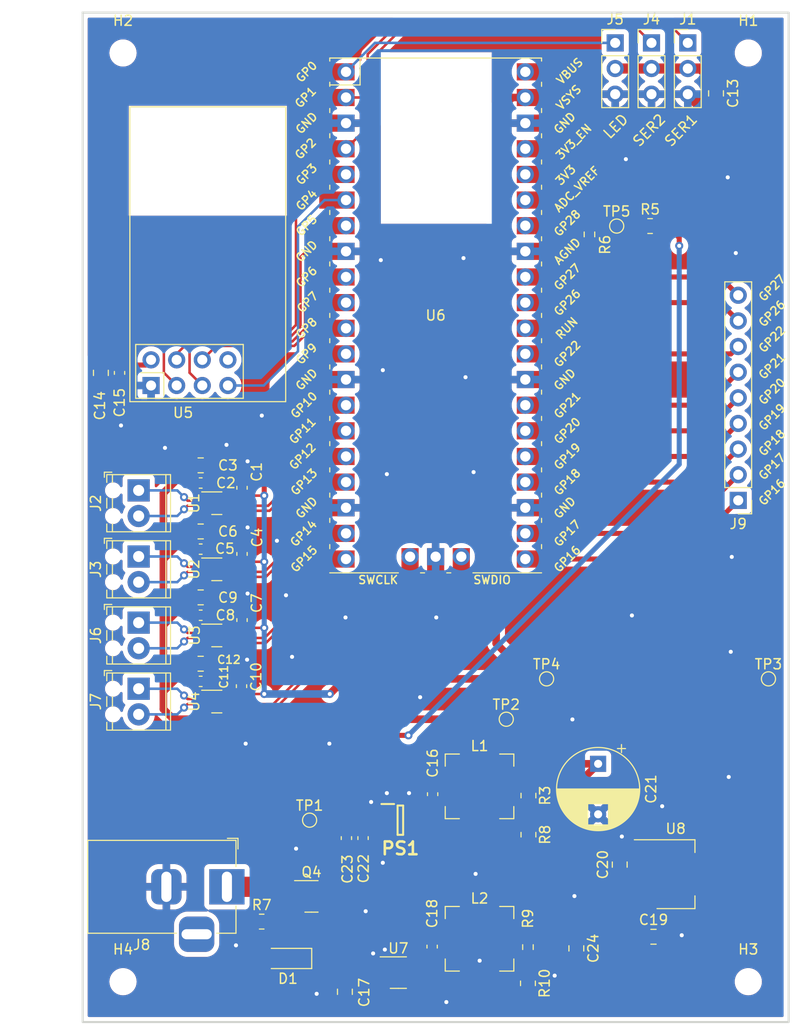
<source format=kicad_pcb>
(kicad_pcb (version 20221018) (generator pcbnew)
  (title_block (title "Mecanum Drone Controller") (date "2023-12-14") (rev "1.0") (company "HHN"))
  (layers (0 "F.Cu" signal) (31 "B.Cu" signal) (34 "B.Paste" user) (35 "F.Paste" user) (36 "B.SilkS" user "B.Silkscreen") (37 "F.SilkS" user "F.Silkscreen") (38 "B.Mask" user) (39 "F.Mask" user) (44 "Edge.Cuts" user))
  (net 0 "")
  (net 1 "+3.3V")
  (net 2 "GND")
  (net 3 "+12V")
  (net 4 "+5V")
  (net 5 "Net-(PS1-SW)")
  (net 6 "Net-(PS1-CB)")
  (net 7 "+BATT")
  (net 8 "Net-(U7-SW)")
  (net 9 "Net-(U7-VBST)")
  (net 10 "Net-(J2-Pin_1)")
  (net 11 "Net-(J2-Pin_2)")
  (net 12 "Net-(J3-Pin_1)")
  (net 13 "Net-(J3-Pin_2)")
  (net 14 "Net-(J6-Pin_1)")
  (net 15 "Net-(J6-Pin_2)")
  (net 16 "Net-(J7-Pin_1)")
  (net 17 "Net-(J7-Pin_2)")
  (net 18 "Net-(Q4-D)")
  (net 19 "Net-(PS1-FB)")
  (net 20 "Net-(D1-A)")
  (net 21 "/BATT_PROBE")
  (net 22 "Net-(U7-VFB)")
  (net 23 "/FL_IN2")
  (net 24 "/FL_IN1")
  (net 25 "/FR_IN2")
  (net 26 "/FR_IN1")
  (net 27 "/BL_IN2")
  (net 28 "/BL_IN1")
  (net 29 "/BR_IN2")
  (net 30 "/BR_IN1")
  (net 31 "/NRF_CE")
  (net 32 "/NRF_CSN")
  (net 33 "/NRF_SCK")
  (net 34 "/NRF_MOSI")
  (net 35 "/NRF_MISO")
  (net 44 "/SERVO_1")
  (net 45 "/SERVO_2")
  (net 46 "/LED")
  (net 47 "/GPIO16")
  (net 48 "/GPIO17")
  (net 49 "/GPIO18")
  (net 50 "/GPIO19")
  (net 51 "/GPIO20")
  (net 52 "/GPIO21")
  (net 53 "/GPIO22")
  (net 54 "/GPIO27_ADC0")
  (net 55 "/GPIO27_ADC1")
  (footprint "Capacitor_SMD:C_0805_2012Metric" (layer "F.Cu") (at 80.14 134.93)
    (fp_text reference "C3")
    (fp_text value "10u")
  )
  (footprint "Connector_PinHeader_2.54mm:PinHeader_1x03_P2.54mm_Vertical" (layer "F.Cu") (at 124.84 93.08)
    (fp_text reference "J4")
    (fp_text value "Arm_Servo_2" hide)
  )
  (footprint "Package_TO_SOT_SMD:SOT-223-3_TabPin2" (layer "F.Cu") (at 127.24 175.43)
    (fp_text reference "U8")
    (fp_text value "AMS1117-3.3")
  )
  (footprint "Package_SON:WSON-8-1EP_2x2mm_P0.5mm_EP0.9x1.6mm" (layer "F.Cu") (at 81.74 138.68)
    (fp_text reference "U1")
    (fp_text value "DRV8212P")
  )
  (footprint "Capacitor_SMD:C_0805_2012Metric" (layer "F.Cu") (at 80.14 148.01)
    (fp_text reference "C9")
    (fp_text value "10u")
  )
  (footprint "Resistor_SMD:R_0805_2012Metric" (layer "F.Cu") (at 124.7025 111.225)
    (fp_text reference "R5")
    (fp_text value "470k")
  )
  (footprint "Inductor_SMD:L_Bourns-SRN6028" (layer "F.Cu") (at 107.79 181.83)
    (fp_text reference "L2")
    (fp_text value "3.3u")
  )
  (footprint "MountingHole:MountingHole_2.2mm_M2" (layer "F.Cu") (at 72.44 94.08)
    (fp_text reference "H2")
    (fp_text value "MountingHole")
  )
  (footprint "TerminalBlock_Phoenix:TerminalBlock_Phoenix_MPT-0,5-2-2.54_1x02_P2.54mm_Horizontal" (layer "F.Cu") (at 73.99 150.51 -90)
    (fp_text reference "J6")
    (fp_text value "DC Motor Back Left")
  )
  (footprint "Capacitor_SMD:C_0603_1608Metric" (layer "F.Cu") (at 84.24 143.705 90)
    (fp_text reference "C4")
    (fp_text value "100n")
  )
  (footprint "Package_SON:WSON-8-1EP_2x2mm_P0.5mm_EP0.9x1.6mm" (layer "F.Cu") (at 81.74 158.33)
    (fp_text reference "U4")
    (fp_text value "DRV8212P")
  )
  (footprint "Package_SON:WSON-8-1EP_2x2mm_P0.5mm_EP0.9x1.6mm" (layer "F.Cu") (at 81.74 145.23)
    (fp_text reference "U2")
    (fp_text value "DRV8212P")
  )
  (footprint "Inductor_SMD:L_Bourns-SRN6028" (layer "F.Cu") (at 107.79 166.73)
    (fp_text reference "L1")
    (fp_text value "10u")
  )
  (footprint "MountingHole:MountingHole_2.2mm_M2" (layer "F.Cu") (at 72.44 186.08)
    (fp_text reference "H4")
    (fp_text value "MountingHole")
  )
  (footprint "Resistor_SMD:R_0805_2012Metric" (layer "F.Cu") (at 112.64 171.5175 -90)
    (fp_text reference "R8")
    (fp_text value "470k")
  )
  (footprint "Capacitor_SMD:C_0805_2012Metric" (layer "F.Cu") (at 125.04 181.63)
    (fp_text reference "C19")
    (fp_text value "10u")
  )
  (footprint "Diode_SMD:D_SOD-123" (layer "F.Cu") (at 88.79 183.78 180)
    (fp_text reference "D1")
    (fp_text value "D_Zener")
  )
  (footprint "MountingHole:MountingHole_2.2mm_M2" (layer "F.Cu") (at 134.44 186.08)
    (fp_text reference "H3")
    (fp_text value "MountingHole")
  )
  (footprint "Capacitor_SMD:C_0805_2012Metric" (layer "F.Cu") (at 131.24 98.08 -90)
    (fp_text reference "C13")
    (fp_text value "10u")
  )
  (footprint "TestPoint:TestPoint_Pad_D1.0mm" (layer "F.Cu") (at 121.39 111.225)
    (fp_text reference "TP5")
    (fp_text value "BATT_PROBE")
  )
  (footprint "Capacitor_SMD:C_0603_1608Metric" (layer "F.Cu") (at 84.24 137.155 90)
    (fp_text reference "C1")
    (fp_text value "100n")
  )
  (footprint "Resistor_SMD:R_0805_2012Metric" (layer "F.Cu") (at 112.59 186.2425 -90)
    (fp_text reference "R10")
    (fp_text value "10k")
  )
  (footprint "TestPoint:TestPoint_Pad_D1.0mm" (layer "F.Cu") (at 90.94 170.08)
    (fp_text reference "TP1")
    (fp_text value "Battery")
  )
  (footprint "Capacitor_SMD:C_0603_1608Metric" (layer "F.Cu") (at 84.19 156.805 90)
    (fp_text reference "C10")
    (fp_text value "100n")
  )
  (footprint "TerminalBlock_Phoenix:TerminalBlock_Phoenix_MPT-0,5-2-2.54_1x02_P2.54mm_Horizontal" (layer "F.Cu") (at 73.99 137.41 -90)
    (fp_text reference "J2")
    (fp_text value "DC Motor Front Left")
  )
  (footprint "Capacitor_SMD:C_0603_1608Metric" (layer "F.Cu") (at 94.59 171.855 -90)
    (fp_text reference "C23")
    (fp_text value "1u")
  )
  (footprint "Pico:RPi_Pico_SMD_TH" (layer "F.Cu") (at 103.44 120.08)
    (fp_text reference "U6")
    (fp_text value "Pico")
  )
  (footprint "Capacitor_SMD:C_0603_1608Metric" (layer "F.Cu") (at 84.24 150.255 90)
    (fp_text reference "C7")
    (fp_text value "100n")
  )
  (footprint "Package_SON:WSON-8-1EP_2x2mm_P0.5mm_EP0.9x1.6mm" (layer "F.Cu") (at 81.74 151.78)
    (fp_text reference "U3")
    (fp_text value "DRV8212P")
  )
  (footprint "Resistor_SMD:R_0805_2012Metric" (layer "F.Cu") (at 112.64 167.6425 -90)
    (fp_text reference "R3")
    (fp_text value "470k")
  )
  (footprint "Connector_PinHeader_2.54mm:PinHeader_1x03_P2.54mm_Vertical" (layer "F.Cu") (at 128.44 93.08)
    (fp_text reference "J1")
    (fp_text value "Arm_Servo_1" hide)
  )
  (footprint "TerminalBlock_Phoenix:TerminalBlock_Phoenix_MPT-0,5-2-2.54_1x02_P2.54mm_Horizontal" (layer "F.Cu") (at 73.99 143.96 -90)
    (fp_text reference "J3")
    (fp_text value "DC Motor Front Right")
  )
  (footprint "Capacitor_SMD:C_0603_1608Metric" (layer "F.Cu") (at 72.095 125.77 -90)
    (fp_text reference "C15")
    (fp_text value "100n")
  )
  (footprint "Connector_BarrelJack:BarrelJack_Horizontal" (layer "F.Cu") (at 82.74 176.68)
    (fp_text reference "J8")
    (fp_text value "Battery Connection")
  )
  (footprint "Capacitor_SMD:C_0805_2012Metric" (layer "F.Cu") (at 94.44 187.08 -90)
    (fp_text reference "C17")
    (fp_text value "10u")
  )
  (footprint "Capacitor_SMD:C_0603_1608Metric" (layer "F.Cu") (at 96.24 171.855 -90)
    (fp_text reference "C22")
    (fp_text value "100n")
  )
  (footprint "Package_TO_SOT_SMD:SOT-23-6" (layer "F.Cu") (at 99.74 185.18)
    (fp_text reference "U7")
    (fp_text value "TPS563200")
  )
  (footprint "Capacitor_SMD:C_0805_2012Metric" (layer "F.Cu") (at 80.14 141.48)
    (fp_text reference "C6")
    (fp_text value "10u")
  )
  (footprint "Capacitor_SMD:C_0805_2012Metric" (layer "F.Cu") (at 117.39 182.78 -90)
    (fp_text reference "C24")
    (fp_text value "22u")
  )
  (footprint "Resistor_SMD:R_0603_1608Metric" (layer "F.Cu") (at 112.59 182.655 -90)
    (fp_text reference "R9")
    (fp_text value "56.2k")
  )
  (footprint "Capacitor_SMD:C_0805_2012Metric" (layer "F.Cu") (at 121.69 174.48 90)
    (fp_text reference "C20")
    (fp_text value "10u")
  )
  (footprint "Capacitor_THT:CP_Radial_D8.0mm_P5.00mm" (layer "F.Cu") (at 119.55 164.497349 -90)
    (fp_text reference "C21")
    (fp_text value "47u")
  )
  (footprint "Capacitor_SMD:C_0603_1608Metric" (layer "F.Cu") (at 80.14 136.68)
    (fp_text reference "C2")
    (fp_text value "100n")
  )
  (footprint "Capacitor_SMD:C_0603_1608Metric" (layer "F.Cu") (at 80.14 149.78)
    (fp_text reference "C8")
    (fp_text value "100n")
  )
  (footprint "TestPoint:TestPoint_Pad_D1.0mm" (layer "F.Cu") (at 136.44 156.08)
    (fp_text reference "TP3")
    (fp_text value "5V")
  )
  (footprint "Capacitor_SMD:C_0603_1608Metric" (layer "F.Cu") (at 80.14 143.23)
    (fp_text reference "C5")
    (fp_text value "100n")
  )
  (footprint "Package_TO_SOT_SMD:SOT-23" (layer "F.Cu") (at 91.1275 177.63)
    (fp_text reference "Q4")
    (fp_text value "PMOS")
  )
  (footprint "RF_Module:nRF24L01_Breakout" (layer "F.Cu") (at 75.22 127.02 90)
    (fp_text reference "U5")
    (fp_text value "NRF24L01")
  )
  (footprint "TestPoint:TestPoint_Pad_D1.0mm" (layer "F.Cu") (at 114.44 156.08)
    (fp_text reference "TP4")
    (fp_text value "3.3V")
  )
  (footprint "Capacitor_SMD:C_0603_1608Metric" (layer "F.Cu") (at 103.09 182.605 -90)
    (fp_text reference "C18")
    (fp_text value "100n")
  )
  (footprint "Resistor_SMD:R_0603_1608Metric" (layer "F.Cu") (at 118.69 112.05 90)
    (fp_text reference "R6")
    (fp_text value "51k")
  )
  (footprint "Capacitor_SMD:C_0805_2012Metric" (layer "F.Cu") (at 80.14 154.58)
    (fp_text reference "C12")
    (fp_text value "10u")
  )
  (footprint "Resistor_SMD:R_0805_2012Metric" (layer "F.Cu") (at 86.19 180.13)
    (fp_text reference "R7")
    (fp_text value "100K")
  )
  (footprint "Capacitor_SMD:C_0603_1608Metric" (layer "F.Cu") (at 103.14 167.505 -90)
    (fp_text reference "C16")
    (fp_text value "100n")
  )
  (footprint "Capacitor_SMD:C_0603_1608Metric" (layer "F.Cu") (at 80.14 156.33)
    (fp_text reference "C11")
    (fp_text value "100n")
  )
  (footprint "TestPoint:TestPoint_Pad_D1.0mm" (layer "F.Cu") (at 110.44 160.08)
    (fp_text reference "TP2")
    (fp_text value "12V")
  )
  (footprint "LMR51420YFDDCR:SOT95P280X110-6N" (layer "F.Cu") (at 99.94 170.08)
    (fp_text reference "PS1")
    (fp_text value "LMR51420YFDDCR" hide)
  )
  (footprint "Connector_PinHeader_2.54mm:PinHeader_1x03_P2.54mm_Vertical" (layer "F.Cu") (at 121.24 93.08)
    (fp_text reference "J5")
    (fp_text value "LED_CONN" hide)
  )
  (footprint "Connector_PinHeader_2.54mm:PinHeader_1x09_P2.54mm_Vertical" (layer "F.Cu") (at 133.44 138.4 180)
    (fp_text reference "J9")
    (fp_text value "Conn_01x09_Pin")
  )
  (footprint "Capacitor_SMD:C_0805_2012Metric" (layer "F.Cu") (at 70.245 125.77 -90)
    (fp_text reference "C14")
    (fp_text value "22u" hide)
  )
  (footprint "MountingHole:MountingHole_2.2mm_M2" (layer "F.Cu") (at 134.44 94.08)
    (fp_text reference "H1")
    (fp_text value "MountingHole")
  )
  (footprint "TerminalBlock_Phoenix:TerminalBlock_Phoenix_MPT-0,5-2-2.54_1x02_P2.54mm_Horizontal" (layer "F.Cu") (at 73.99 157.06 -90)
    (fp_text reference "J7")
    (fp_text value "DC Motor Back Right")
  )
  (gr_rect (start 68.44 90.08) (end 138.44 190.08) (stroke (width 0.2)) (fill none) (layer "Edge.Cuts"))
  (gr_text "GP27" (at 136.79 117.37 45) (layer "F.SilkS") (effects (font (size 0.8 0.8))))
  (gr_text "GP17" (at 136.79 135.06 45) (layer "F.SilkS") (effects (font (size 0.8 0.8))))
  (gr_text "GP19" (at 136.79 130.16 45) (layer "F.SilkS") (effects (font (size 0.8 0.8))))
  (gr_text "GP16" (at 136.79 137.6 45) (layer "F.SilkS") (effects (font (size 0.8 0.8))))
  (gr_text "SER1" (at 129.59 100.73 45) (layer "F.SilkS") (effects (font (size 1 1)) (justify right bottom)))
  (gr_text "GP21" (at 136.79 125.09 45) (layer "F.SilkS") (effects (font (size 0.8 0.8))))
  (gr_text "GP20" (at 136.79 127.62 45) (layer "F.SilkS") (effects (font (size 0.8 0.8))))
  (gr_text "GP26" (at 136.79 119.9 45) (layer "F.SilkS") (effects (font (size 0.8 0.8))))
  (gr_text "GP18" (at 136.79 132.7 45) (layer "F.SilkS") (effects (font (size 0.8 0.8))))
  (gr_text "SER2" (at 126.44 100.73 45) (layer "F.SilkS") (effects (font (size 1 1)) (justify right bottom)))
  (gr_text "GP22" (at 136.79 122.45 45) (layer "F.SilkS") (effects (font (size 0.8 0.8))))
  (gr_text "LED" (at 122.74 100.73 45) (layer "F.SilkS") (effects (font (size 1 1)) (justify right bottom)))
  (segment (start 114.44 156.08) (end 113.44 156.08) (width 0.75) (layer "F.Cu") (net 1))
  (segment (start 73.44 126.34) (end 72.095 124.995) (width 0.5) (layer "F.Cu") (net 1))
  (segment (start 83.69 151.53) (end 84.19 151.03) (width 0.25) (layer "F.Cu") (net 1))
  (segment (start 76.14 131.03) (end 73.44 128.33) (width 0.5) (layer "F.Cu") (net 1))
  (segment (start 71.92 124.82) (end 72.095 124.995) (width 0.5) (layer "F.Cu") (net 1))
  (segment (start 114.44 156.08) (end 116.44 156.08) (width 0.75) (layer "F.Cu") (net 1))
  (segment (start 82.69 157.58) (end 84.19 157.58) (width 0.25) (layer "F.Cu") (net 1))
  (segment (start 109.44 152.58) (end 109.44 100.08) (width 0.75) (layer "F.Cu") (net 1))
  (segment (start 82.69 144.98) (end 83.69 144.98) (width 0.25) (layer "F.Cu") (net 1))
  (segment (start 116.44 156.08) (end 130.39 170.03) (width 0.75) (layer "F.Cu") (net 1))
  (segment (start 111.03 98.49) (end 112.33 98.49) (width 0.75) (layer "F.Cu") (net 1))
  (segment (start 84.19 151.03) (end 86.44 151.03) (width 0.25) (layer "F.Cu") (net 1))
  (segment (start 86.44 133.63) (end 83.84 131.03) (width 0.5) (layer "F.Cu") (net 1))
  (segment (start 83.69 138.43) (end 84.19 137.93) (width 0.25) (layer "F.Cu") (net 1))
  (segment (start 83.84 131.03) (end 76.14 131.03) (width 0.5) (layer "F.Cu") (net 1))
  (segment (start 112.94 156.08) (end 109.44 152.58) (width 0.75) (layer "F.Cu") (net 1))
  (segment (start 113.44 156.08) (end 94.44 156.08) (width 0.75) (layer "F.Cu") (net 1))
  (segment (start 82.69 158.08) (end 83.69 158.08) (width 0.25) (layer "F.Cu") (net 1))
  (segment (start 82.69 151.53) (end 83.69 151.53) (width 0.25) (layer "F.Cu") (net 1))
  (segment (start 83.69 158.08) (end 84.19 157.58) (width 0.25) (layer "F.Cu") (net 1))
  (segment (start 82.69 151.03) (end 84.19 151.03) (width 0.25) (layer "F.Cu") (net 1))
  (segment (start 94.44 156.08) (end 92.94 157.58) (width 0.75) (layer "F.Cu") (net 1))
  (segment (start 82.69 144.48) (end 84.19 144.48) (width 0.25) (layer "F.Cu") (net 1))
  (segment (start 86.44 137.93) (end 86.44 133.63) (width 0.5) (layer "F.Cu") (net 1))
  (segment (start 83.69 144.98) (end 84.19 144.48) (width 0.25) (layer "F.Cu") (net 1))
  (segment (start 82.69 138.43) (end 83.69 138.43) (width 0.25) (layer "F.Cu") (net 1))
  (segment (start 84.19 137.93) (end 86.44 137.93) (width 0.25) (layer "F.Cu") (net 1))
  (segment (start 130.39 170.03) (end 130.39 175.43) (width 0.75) (layer "F.Cu") (net 1))
  (segment (start 82.69 137.93) (end 84.19 137.93) (width 0.25) (layer "F.Cu") (net 1))
  (segment (start 74.705 124.995) (end 75.22 124.48) (width 0.5) (layer "F.Cu") (net 1))
  (segment (start 113.44 156.08) (end 112.94 156.08) (width 0.75) (layer "F.Cu") (net 1))
  (segment (start 70.245 124.82) (end 71.92 124.82) (width 0.5) (layer "F.Cu") (net 1))
  (segment (start 73.44 128.33) (end 73.44 126.34) (width 0.5) (layer "F.Cu") (net 1))
  (segment (start 109.44 100.08) (end 111.03 98.49) (width 0.75) (layer "F.Cu") (net 1))
  (segment (start 84.19 157.58) (end 86.44 157.58) (width 0.25) (layer "F.Cu") (net 1))
  (segment (start 84.19 144.48) (end 86.44 144.48) (width 0.25) (layer "F.Cu") (net 1))
  (segment (start 72.095 124.995) (end 74.705 124.995) (width 0.5) (layer "F.Cu") (net 1))
  (via (at 86.44 151.03) (size 0.8) (drill 0.4) (layers "F.Cu" "B.Cu") (net 1))
  (via (at 86.44 144.48) (size 0.8) (drill 0.4) (layers "F.Cu" "B.Cu") (net 1))
  (via (at 86.44 137.93) (size 0.8) (drill 0.4) (layers "F.Cu" "B.Cu") (net 1))
  (via (at 86.44 157.58) (size 0.8) (drill 0.4) (layers "F.Cu" "B.Cu") (net 1))
  (via (at 92.94 157.58) (size 0.8) (drill 0.4) (layers "F.Cu" "B.Cu") (net 1))
  (segment (start 86.44 157.58) (end 86.44 137.93) (width 0.5) (layer "B.Cu") (net 1))
  (segment (start 92.94 157.58) (end 86.44 157.58) (width 0.75) (layer "B.Cu") (net 1))
  (segment (start 81.12462 159.08) (end 81.74 158.46462) (width 0.25) (layer "F.Cu") (net 2))
  (segment (start 81.79 150.21) (end 82.2 149.8) (width 0.5) (layer "F.Cu") (net 2))
  (segment (start 94.59 172.63) (end 96.59 172.63) (width 0.5) (layer "F.Cu") (net 2))
  (segment (start 81.74 158.33) (end 81.74 156.96) (width 0.5) (layer "F.Cu") (net 2))
  (segment (start 81.79 138.68) (end 81.79 137.41) (width 0.5) (layer "F.Cu") (net 2))
  (segment (start 81.79 151.78) (end 81.79 150.21) (width 0.5) (layer "F.Cu") (net 2))
  (segment (start 117.39 183.73) (end 116.99 183.73) (width 0.5) (layer "F.Cu") (net 2))
  (segment (start 72.095 130.835) (end 72.24 130.98) (width 0.5) (layer "F.Cu") (net 2))
  (segment (start 80.84 139.43) (end 81.17462 139.43) (width 0.25) (layer "F.Cu") (net 2))
  (segment (start 81.17462 152.53) (end 81.79 151.91462) (width 0.25) (layer "F.Cu") (net 2))
  (segment (start 81.79 145.36462) (end 81.79 145.23) (width 0.25) (layer "F.Cu") (net 2))
  (segment (start 81.79 137.41) (end 82.3 136.9) (width 0.5) (layer "F.Cu") (net 2))
  (segment (start 81.74 158.46462) (end 81.74 158.33) (width 0.25) (layer "F.Cu") (net 2))
  (segment (start 81.79 143.81) (end 82.1 143.5) (width 0.5) (layer "F.Cu") (net 2))
  (segment (start 81.17462 139.43) (end 81.79 138.81462) (width 0.25) (layer "F.Cu") (net 2))
  (segment (start 98.6025 184.23) (end 98.19 184.23) (width 0.5) (layer "F.Cu") (net 2))
  (segment (start 80.84 152.53) (end 81.17462 152.53) (width 0.25) (layer "F.Cu") (net 2))
  (segment (start 80.79 159.08) (end 81.12462 159.08) (width 0.25) (layer "F.Cu") (net 2))
  (segment (start 117.835 113.73) (end 118.69 112.875) (width 0.25) (layer "F.Cu") (net 2))
  (segment (start 81.79 145.23) (end 81.79 143.81) (width 0.5) (layer "F.Cu") (net 2))
  (segment (start 129.31 99.03) (end 128.44 98.16) (width 1) (layer "F.Cu") (net 2))
  (segment (start 80.84 145.98) (end 81.17462 145.98) (width 0.25) (layer "F.Cu") (net 2))
  (segment (start 81.17462 145.98) (end 81.79 145.36462) (width 0.25) (layer "F.Cu") (net 2))
  (segment (start 126.14 181.48) (end 125.99 181.63) (width 0.5) (layer "F.Cu") (net 2))
  (segment (start 72.095 126.545) (end 72.095 130.835) (width 0.5) (layer "F.Cu") (net 2))
  (segment (start 70.245 126.72) (end 71.92 126.72) (width 0.5) (layer "F.Cu") (net 2))
  (segment (start 71.92 126.72) (end 72.095 126.545) (width 0.5) (layer "F.Cu") (net 2))
  (segment (start 131.24 99.03) (end 129.31 99.03) (width 1) (layer "F.Cu") (net 2))
  (segment (start 81.79 151.91462) (end 81.79 151.78) (width 0.25) (layer "F.Cu") (net 2))
  (segment (start 81.74 156.96) (end 82.1 156.6) (width 0.5) (layer "F.Cu") (net 2))
  (segment (start 81.79 138.81462) (end 81.79 138.68) (width 0.25) (layer "F.Cu") (net 2))
  (segment (start 112.33 113.73) (end 117.835 113.73) (width 0.25) (layer "F.Cu") (net 2))
  (via (at 132.4 106.4) (size 0.8) (drill 0.4) (layers "F.Cu" "B.Cu") (net 2))
  (via (at 103.5 150) (size 0.8) (drill 0.4) (layers "F.Cu" "B.Cu") (net 2))
  (via (at 72.24 130.98) (size 0.8) (drill 0.4) (layers "F.Cu" "B.Cu") (net 2))
  (via (at 89.6 172.9) (size 0.8) (drill 0.4) (layers "F.Cu" "B.Cu") (net 2))
  (via (at 83.64 182.48) (size 0.8) (drill 0.4) (layers "F.Cu" "B.Cu") (net 2))
  (via (at 132.8 144) (size 0.8) (drill 0.4) (layers "F.Cu" "B.Cu") (net 2))
  (via (at 98 114.6) (size 0.8) (drill 0.4) (layers "F.Cu" "B.Cu") (net 2))
  (via (at 97.04 168.28) (size 0.8) (drill 0.4) (layers "F.Cu" "B.Cu") (net 2))
  (via (at 133.2 113.9) (size 0.8) (drill 0.4) (layers "F.Cu" "B.Cu") (net 2))
  (via (at 84.6 162.5) (size 0.8) (drill 0.4) (layers "F.Cu" "B.Cu") (net 2))
  (via (at 96.5 179.1) (size 0.8) (drill 0.4) (layers "F.Cu" "B.Cu") (net 2))
  (via (at 117 160.1) (size 0.8) (drill 0.4) (layers "F.Cu" "B.Cu") (net 2))
  (via (at 89.2 153.9) (size 0.8) (drill 0.4) (layers "F.Cu" "B.Cu") (net 2))
  (via (at 88.6 147.8) (size 0.8) (drill 0.4) (layers "F.Cu" "B.Cu") (net 2))
  (via (at 117.2 177.6) (size 0.8) (drill 0.4) (layers "F.Cu" "B.Cu") (net 2))
  (via (at 115.24 185.48) (size 0.8) (drill 0.4) (layers "F.Cu" "B.Cu") (net 2))
  (via (at 98.2 174.3) (size 0.8) (drill 0.4) (layers "F.Cu" "B.Cu") (net 2))
  (via (at 101.9 157.9) (size 0.8) (drill 0.4) (layers "F.Cu" "B.Cu") (net 2))
  (via (at 84.79 141.08) (size 0.8) (drill 0.4) (layers "F.Cu" "B.Cu") (net 2))
  (via (at 121.9 171.7) (size 0.8) (drill 0.4) (layers "F.Cu" "B.Cu") (net 2))
  (via (at 82.7 132.9) (size 0.8) (drill 0.4) (layers "F.Cu" "B.Cu") (net 2))
  (via (at 107.4 175.4) (size 0.8) (drill 0.4) (layers "F.Cu" "B.Cu") (net 2))
  (via (at 100.8 167.4) (size 0.8) (drill 0.4) (layers "F.Cu" "B.Cu") (net 2))
  (via (at 132.5 165.8) (size 0.8) (drill 0.4) (layers "F.Cu" "B.Cu") (net 2))
  (via (at 84.74 154.18) (size 0.8) (drill 0.4) (layers "F.Cu" "B.Cu") (net 2))
  (via (at 76.6 133.2) (size 0.8) (drill 0.4) (layers "F.Cu" "B.Cu") (net 2))
  (via (at 98.4 182.9) (size 0.8) (drill 0.4) (layers "F.Cu" "B.Cu") (net 2))
  (via (at 122.3 104.6) (size 0.8) (drill 0.4) (layers "F.Cu" "B.Cu") (net 2))
  (via (at 125.9 168.7) (size 0.8) (drill 0.4) (layers "F.Cu" "B.Cu") (net 2))
  (via (at 122.9 149.8) (size 0.8) (drill 0.4) (layers "F.Cu" "B.Cu") (net 2))
  (via (at 98.6 135.8) (size 0.8) (drill 0.4) (layers "F.Cu" "B.Cu") (net 2))
  (via (at 132.7 153.4) (size 0.8) (drill 0.4) (layers "F.Cu" "B.Cu") (net 2))
  (via (at 94.5 150) (size 0.8) (drill 0.4) (layers "F.Cu" "B.Cu") (net 2))
  (via (at 127.84 181.48) (size 0.8) (drill 0.4) (layers "F.Cu" "B.Cu") (net 2))
  (via (at 97.24 183.28) (size 0.8) (drill 0.4) (layers "F.Cu" "B.Cu") (net 2))
  (via (at 104.5 188.1) (size 0.8) (drill 0.4) (layers "F.Cu" "B.Cu") (net 2))
  (via (at 106.4 126.2) (size 0.8) (drill 0.4) (layers "F.Cu" "B.Cu") (net 2))
  (via (at 84.79 134.53) (size 0.8) (drill 0.4) (layers "F.Cu" "B.Cu") (net 2))
  (via (at 107.8 184) (size 0.8) (drill 0.4) (layers "F.Cu" "B.Cu") (net 2))
  (via (at 84.79 147.63) (size 0.8) (drill 0.4) (layers "F.Cu" "B.Cu") (net 2))
  (via (at 98.2 125.5) (size 0.8) (drill 0.4) (layers "F.Cu" "B.Cu") (net 2))
  (via (at 106.2 114.4) (size 0.8) (drill 0.4) (layers "F.Cu" "B.Cu") (net 2))
  (via (at 91.64 187.28) (size 0.8) (drill 0.4) (layers "F.Cu" "B.Cu") (net 2))
  (via (at 98.6 167.4) (size 0.8) (drill 0.4) (layers "F.Cu" "B.Cu") (net 2))
  (via (at 92.9 162.5) (size 0.8) (drill 0.4) (layers "F.Cu" "B.Cu") (net 2))
  (via (at 86.2 130) (size 0.8) (drill 0.4) (layers "F.Cu" "B.Cu") (net 2))
  (via (at 107.2 135.6) (size 0.8) (drill 0.4) (layers "F.Cu" "B.Cu") (net 2))
  (via (at 87.7 142.4) (size 0.8) (drill 0.4) (layers "F.Cu" "B.Cu") (net 2))
  (segment (start 77.44 160.08) (end 76.44 159.08) (width 0.75) (layer "F.Cu") (net 3))
  (segment (start 80.79 157.58) (end 80.615 157.58) (width 0.25) (layer "F.Cu") (net 3))
  (segment (start 79.19 154.58) (end 79.19 156.155) (width 0.25) (layer "F.Cu") (net 3))
  (segment (start 79.19 154.58) (end 76.44 157.33) (width 0.75) (layer "F.Cu") (net 3))
  (segment (start 79.19 141.48) (end 79.19 143.055) (width 0.25) (layer "F.Cu") (net 3))
  (segment (start 76.44 137.68) (end 76.44 144.23) (width 0.75) (layer "F.Cu") (net 3))
  (segment (start 117.317349 166.73) (end 119.55 164.497349) (width 0.75) (layer "F.Cu") (net 3))
  (segment (start 110.44 160.08) (end 77.44 160.08) (width 0.75) (layer "F.Cu") (net 3))
  (segment (start 80.79 144.48) (end 80.615 144.48) (width 0.25) (layer "F.Cu") (net 3))
  (segment (start 112.64 166.73) (end 117.317349 166.73) (width 0.75) (layer "F.Cu") (net 3))
  (segment (start 80.615 137.93) (end 79.365 136.68) (width 0.25) (layer "F.Cu") (net 3))
  (segment (start 79.19 156.155) (end 79.365 156.33) (width 0.25) (layer "F.Cu") (net 3))
  (segment (start 79.19 136.505) (end 79.365 136.68) (width 0.25) (layer "F.Cu") (net 3))
  (segment (start 80.615 157.58) (end 79.365 156.33) (width 0.25) (layer "F.Cu") (net 3))
  (segment (start 80.615 144.48) (end 79.365 143.23) (width 0.25) (layer "F.Cu") (net 3))
  (segment (start 110.44 160.08) (end 112.44 160.08) (width 0.75) (layer "F.Cu") (net 3))
  (segment (start 79.19 148.01) (end 79.19 149.605) (width 0.25) (layer "F.Cu") (net 3))
  (segment (start 80.79 151.03) (end 80.615 151.03) (width 0.25) (layer "F.Cu") (net 3))
  (segment (start 79.19 149.605) (end 79.365 149.78) (width 0.25) (layer "F.Cu") (net 3))
  (segment (start 79.19 143.055) (end 79.365 143.23) (width 0.25) (layer "F.Cu") (net 3))
  (segment (start 80.79 137.93) (end 80.615 137.93) (width 0.25) (layer "F.Cu") (net 3))
  (segment (start 112.64 166.73) (end 110.14 166.73) (width 0.75) (layer "F.Cu") (net 3))
  (segment (start 79.19 134.93) (end 79.19 136.505) (width 0.25) (layer "F.Cu") (net 3))
  (segment (start 112.44 160.08) (end 116.857349 164.497349) (width 0.75) (layer "F.Cu") (net 3))
  (segment (start 76.44 159.08) (end 76.44 144.23) (width 0.75) (layer "F.Cu") (net 3))
  (segment (start 116.857349 164.497349) (end 119.55 164.497349) (width 0.75) (layer "F.Cu") (net 3))
  (segment (start 79.19 134.93) (end 76.44 137.68) (width 0.75) (layer "F.Cu") (net 3))
  (segment (start 79.19 148.01) (end 76.44 150.76) (width 0.75) (layer "F.Cu") (net 3))
  (segment (start 80.615 151.03) (end 79.365 149.78) (width 0.25) (layer "F.Cu") (net 3))
  (segment (start 79.19 141.48) (end 76.44 144.23) (width 0.75) (layer "F.Cu") (net 3))
  (segment (start 136.44 156.08) (end 136.44 100.13) (width 1) (layer "F.Cu") (net 4))
  (segment (start 124.09 181.63) (end 123.89 181.83) (width 0.75) (layer "F.Cu") (net 4))
  (segment (start 119.44 181.83) (end 123.44 185.83) (width 1) (layer "F.Cu") (net 4))
  (segment (start 112.59 181.83) (end 117.39 181.83) (width 1) (layer "F.Cu") (net 4))
  (segment (start 112.59 181.83) (end 110.14 181.83) (width 1) (layer "F.Cu") (net 4))
  (segment (start 117.39 181.83) (end 119.44 181.83) (width 1) (layer "F.Cu") (net 4))
  (segment (start 128.44 95.62) (end 121.24 95.62) (width 1) (layer "F.Cu") (net 4))
  (segment (start 123.89 181.83) (end 117.39 181.83) (width 0.75) (layer "F.Cu") (net 4))
  (segment (start 124.09 177.73) (end 124.09 181.63) (width 0.75) (layer "F.Cu") (net 4))
  (segment (start 128.44 95.62) (end 129.73 95.62) (width 1) (layer "F.Cu") (net 4))
  (segment (start 136.44 178.28) (end 136.44 156.08) (width 1) (layer "F.Cu") (net 4))
  (segment (start 133.44 97.13) (end 131.24 97.13) (width 1) (layer "F.Cu") (net 4))
  (segment (start 123.44 185.83) (end 128.89 185.83) (width 1) (layer "F.Cu") (net 4))
  (segment (start 136.44 100.13) (end 133.44 97.13) (width 1) (layer "F.Cu") (net 4))
  (segment (start 129.73 95.62) (end 131.24 97.13) (width 1) (layer "F.Cu") (net 4))
  (segment (start 128.89 185.83) (end 136.44 178.28) (width 1) (layer "F.Cu") (net 4))
  (segment (start 95.14 167.58) (end 96.72 166) (width 0.75) (layer "F.Cu") (net 5))
  (segment (start 97.343274 169.75) (end 95.86 169.75) (width 0.75) (layer "F.Cu") (net 5))
  (segment (start 98.69 170.08) (end 97.673274 170.08) (width 0.75) (layer "F.Cu") (net 5))
  (segment (start 102.41 166) (end 103.14 166.73) (width 0.75) (layer "F.Cu") (net 5))
  (segment (start 96.72 166) (end 102.41 166) (width 0.75) (layer "F.Cu") (net 5))
  (segment (start 95.14 169.03) (end 95.14 167.58) (width 0.75) (layer "F.Cu") (net 5))
  (segment (start 95.86 169.75) (end 95.14 169.03) (width 0.75) (layer "F.Cu") (net 5))
  (segment (start 103.14 166.73) (end 105.44 166.73) (width 0.75) (layer "F.Cu") (net 5))
  (segment (start 97.673274 170.08) (end 97.343274 169.75) (width 0.75) (layer "F.Cu") (net 5))
  (segment (start 101.19 169.13) (end 102.29 169.13) (width 0.5) (layer "F.Cu") (net 6))
  (segment (start 102.29 169.13) (end 103.14 168.28) (width 0.5) (layer "F.Cu") (net 6))
  (segment (start 94.44 186.13) (end 92.09 183.78) (width 1) (layer "F.Cu") (net 7))
  (segment (start 101.19 170.08) (end 100.44 170.08) (width 0.5) (layer "F.Cu") (net 7))
  (segment (start 90.94 168.13) (end 97.39 161.68) (width 0.5) (layer "F.Cu") (net 7))
  (segment (start 127.59 112.38) (end 126.435 111.225) (width 0.5) (layer "F.Cu") (net 7))
  (segment (start 92.09 177.655) (end 92.065 177.63) (width 1) (layer "F.Cu") (net 7))
  (segment (start 100.215 185.18) (end 99.265 186.13) (width 0.5) (layer "F.Cu") (net 7))
  (segment (start 94.49 186.18) (end 98.6025 186.18) (width 1) (layer "F.Cu") (net 7))
  (segment (start 92.065 173.13) (end 94.115 171.08) (width 0.75) (layer "F.Cu") (net 7))
  (segment (start 99.49 171.03) (end 98.69 171.03) (width 0.5) (layer "F.Cu") (net 7))
  (segment (start 90.94 170.08) (end 90.94 168.13) (width 0.5) (layer "F.Cu") (net 7))
  (segment (start 100.44 170.08) (end 99.49 171.03) (width 0.5) (layer "F.Cu") (net 7))
  (segment (start 96.24 171.08) (end 98.64 171.08) (width 0.75) (layer "F.Cu") (net 7))
  (segment (start 127.59 113.18) (end 127.59 112.38) (width 0.5) (layer "F.Cu") (net 7))
  (segment (start 92.09 183.78) (end 90.44 183.78) (width 1) (layer "F.Cu") (net 7))
  (segment (start 100.8775 185.18) (end 100.215 185.18) (width 0.5) (layer "F.Cu") (net 7))
  (segment (start 92.09 183.78) (end 92.09 177.655) (width 1) (layer "F.Cu") (net 7))
  (segment (start 94.59 171.08) (end 96.24 171.08) (width 0.75) (layer "F.Cu") (net 7))
  (segment (start 99.265 186.13) (end 98.6025 186.13) (width 0.5) (layer "F.Cu") (net 7))
  (segment (start 92.065 171.205) (end 90.94 170.08) (width 0.75) (layer "F.Cu") (net 7))
  (segment (start 94.44 186.13) (end 94.49 186.18) (width 1) (layer "F.Cu") (net 7))
  (segment (start 92.065 177.63) (end 92.065 173.13) (width 0.75) (layer "F.Cu") (net 7))
  (segment (start 98.64 171.08) (end 98.69 171.03) (width 0.75) (layer "F.Cu") (net 7))
  (segment (start 94.115 171.08) (end 94.59 171.08) (width 0.75) (layer "F.Cu") (net 7))
  (segment (start 126.435 111.225) (end 125.615 111.225) (width 0.5) (layer "F.Cu") (net 7))
  (segment (start 97.39 161.68) (end 100.74 161.68) (width 0.5) (layer "F.Cu") (net 7))
  (segment (start 92.065 173.13) (end 92.065 171.205) (width 0.75) (layer "F.Cu") (net 7))
  (via (at 100.74 161.68) (size 0.8) (drill 0.4) (layers "F.Cu" "B.Cu") (net 7))
  (via (at 127.59 113.18) (size 0.8) (drill 0.4) (layers "F.Cu" "B.Cu") (net 7))
  (segment (start 127.59 134.83) (end 127.59 113.18) (width 0.5) (layer "B.Cu") (net 7))
  (segment (start 100.74 161.68) (end 127.59 134.83) (width 0.5) (layer "B.Cu") (net 7))
  (segment (start 99.19 185.18) (end 98.6025 185.18) (width 0.5) (layer "F.Cu") (net 8))
  (segment (start 99.765 182.505) (end 99.765 184.605) (width 0.5) (layer "F.Cu") (net 8))
  (segment (start 95.6 182.2) (end 96.22 181.58) (width 1) (layer "F.Cu") (net 8))
  (segment (start 103.09 181.83) (end 105.44 181.83) (width 1) (layer "F.Cu") (net 8))
  (segment (start 98.6025 185.18) (end 96.48 185.18) (width 0.5) (layer "F.Cu") (net 8))
  (segment (start 96.22 181.58) (end 100.19 181.58) (width 1) (layer "F.Cu") (net 8))
  (segment (start 96.2 184.9) (end 95.6 184.3) (width 1) (layer "F.Cu") (net 8))
  (segment (start 100.44 181.83) (end 100.19 181.58) (width 1) (layer "F.Cu") (net 8))
  (segment (start 103.09 181.83) (end 100.44 181.83) (width 1) (layer "F.Cu") (net 8))
  (segment (start 100.44 181.83) (end 99.765 182.505) (width 0.5) (layer "F.Cu") (net 8))
  (segment (start 99.765 184.605) (end 99.19 185.18) (width 0.5) (layer "F.Cu") (net 8))
  (segment (start 95.6 184.3) (end 95.6 182.2) (width 1) (layer "F.Cu") (net 8))
  (segment (start 100.8775 184.23) (end 102.24 184.23) (width 0.5) (layer "F.Cu") (net 9))
  (segment (start 102.24 184.23) (end 103.09 183.38) (width 0.5) (layer "F.Cu") (net 9))
  (segment (start 80.79 138.43) (end 78.84 138.43) (width 0.25) (layer "F.Cu") (net 10))
  (segment (start 78.84 138.43) (end 78.49 138.08) (width 0.25) (layer "F.Cu") (net 10))
  (via (at 78.49 138.08) (size 0.8) (drill 0.4) (layers "F.Cu" "B.Cu") (net 10))
  (segment (start 73.99 137.41) (end 77.82 137.41) (width 0.25) (layer "B.Cu") (net 10))
  (segment (start 77.82 137.41) (end 78.49 138.08) (width 0.25) (layer "B.Cu") (net 10))
  (segment (start 80.79 138.93) (end 78.84 138.93) (width 0.25) (layer "F.Cu") (net 11))
  (segment (start 78.84 138.93) (end 78.49 139.28) (width 0.25) (layer "F.Cu") (net 11))
  (via (at 78.49 139.28) (size 0.8) (drill 0.4) (layers "F.Cu" "B.Cu") (net 11))
  (segment (start 77.82 139.95) (end 78.49 139.28) (width 0.25) (layer "B.Cu") (net 11))
  (segment (start 73.99 139.95) (end 77.82 139.95) (width 0.25) (layer "B.Cu") (net 11))
  (segment (start 78.84 144.98) (end 78.49 144.63) (width 0.25) (layer "F.Cu") (net 12))
  (segment (start 80.79 144.98) (end 78.84 144.98) (width 0.25) (layer "F.Cu") (net 12))
  (via (at 78.49 144.63) (size 0.8) (drill 0.4) (layers "F.Cu" "B.Cu") (net 12))
  (segment (start 73.99 143.96) (end 77.82 143.96) (width 0.25) (layer "B.Cu") (net 12))
  (segment (start 77.82 143.96) (end 78.49 144.63) (width 0.25) (layer "B.Cu") (net 12))
  (segment (start 78.84 145.48) (end 78.49 145.83) (width 0.25) (layer "F.Cu") (net 13))
  (segment (start 80.79 145.48) (end 78.84 145.48) (width 0.25) (layer "F.Cu") (net 13))
  (via (at 78.49 145.83) (size 0.8) (drill 0.4) (layers "F.Cu" "B.Cu") (net 13))
  (segment (start 77.82 146.5) (end 78.49 145.83) (width 0.25) (layer "B.Cu") (net 13))
  (segment (start 73.99 146.5) (end 77.82 146.5) (width 0.25) (layer "B.Cu") (net 13))
  (segment (start 80.79 151.53) (end 78.84 151.53) (width 0.25) (layer "F.Cu") (net 14))
  (segment (start 78.84 151.53) (end 78.49 151.18) (width 0.25) (layer "F.Cu") (net 14))
  (via (at 78.49 151.18) (size 0.8) (drill 0.4) (layers "F.Cu" "B.Cu") (net 14))
  (segment (start 73.99 150.51) (end 77.82 150.51) (width 0.25) (layer "B.Cu") (net 14))
  (segment (start 77.82 150.51) (end 78.49 151.18) (width 0.25) (layer "B.Cu") (net 14))
  (segment (start 78.84 152.03) (end 78.49 152.38) (width 0.25) (layer "F.Cu") (net 15))
  (segment (start 80.79 152.03) (end 78.84 152.03) (width 0.25) (layer "F.Cu") (net 15))
  (via (at 78.49 152.38) (size 0.8) (drill 0.4) (layers "F.Cu" "B.Cu") (net 15))
  (segment (start 77.82 153.05) (end 78.49 152.38) (width 0.25) (layer "B.Cu") (net 15))
  (segment (start 73.99 153.05) (end 77.82 153.05) (width 0.25) (layer "B.Cu") (net 15))
  (segment (start 78.84 158.08) (end 80.79 158.08) (width 0.25) (layer "F.Cu") (net 16))
  (segment (start 78.49 157.73) (end 78.84 158.08) (width 0.25) (layer "F.Cu") (net 16))
  (via (at 78.49 157.73) (size 0.8) (drill 0.4) (layers "F.Cu" "B.Cu") (net 16))
  (segment (start 77.82 157.06) (end 78.49 157.73) (width 0.25) (layer "B.Cu") (net 16))
  (segment (start 73.99 157.06) (end 77.82 157.06) (width 0.25) (layer "B.Cu") (net 16))
  (segment (start 78.84 158.58) (end 80.79 158.58) (width 0.25) (layer "F.Cu") (net 17))
  (segment (start 78.49 158.93) (end 78.84 158.58) (width 0.25) (layer "F.Cu") (net 17))
  (via (at 78.49 158.93) (size 0.8) (drill 0.4) (layers "F.Cu" "B.Cu") (net 17))
  (segment (start 73.99 159.6) (end 77.82 159.6) (width 0.25) (layer "B.Cu") (net 17))
  (segment (start 77.82 159.6) (end 78.49 158.93) (width 0.25) (layer "B.Cu") (net 17))
  (segment (start 82.74 176.68) (end 90.19 176.68) (width 2) (layer "F.Cu") (net 18))
  (segment (start 101.19 171.03) (end 112.215 171.03) (width 0.5) (layer "F.Cu") (net 19))
  (segment (start 112.215 171.03) (end 112.64 170.605) (width 0.5) (layer "F.Cu") (net 19))
  (segment (start 112.64 170.605) (end 112.64 168.555) (width 0.5) (layer "F.Cu") (net 19))
  (segment (start 88.6525 178.58) (end 87.1025 180.13) (width 0.5) (layer "F.Cu") (net 20))
  (segment (start 87.1025 180.13) (end 87.1025 183.7425) (width 0.5) (layer "F.Cu") (net 20))
  (segment (start 90.19 178.58) (end 88.6525 178.58) (width 0.5) (layer "F.Cu") (net 20))
  (segment (start 87.1025 183.7425) (end 87.14 183.78) (width 0.5) (layer "F.Cu") (net 20))
  (segment (start 123.79 111.225) (end 112.365 111.225) (width 0.25) (layer "F.Cu") (net 21))
  (segment (start 112.365 111.225) (end 112.33 111.19) (width 0.25) (layer "F.Cu") (net 21))
  (segment (start 112.59 183.48) (end 112.59 185.33) (width 0.5) (layer "F.Cu") (net 22))
  (segment (start 111.79 186.13) (end 112.59 185.33) (width 0.5) (layer "F.Cu") (net 22))
  (segment (start 100.8775 186.13) (end 111.79 186.13) (width 0.5) (layer "F.Cu") (net 22))
  (segment (start 88.04 138.366396) (end 86.976396 139.43) (width 0.25) (layer "F.Cu") (net 23))
  (segment (start 88.04 127.076776) (end 88.04 138.366396) (width 0.25) (layer "F.Cu") (net 23))
  (segment (start 86.976396 139.43) (end 82.69 139.43) (width 0.25) (layer "F.Cu") (net 23))
  (segment (start 94.55 123.89) (end 91.226776 123.89) (width 0.25) (layer "F.Cu") (net 23))
  (segment (start 91.226776 123.89) (end 88.04 127.076776) (width 0.25) (layer "F.Cu") (net 23))
  (segment (start 94.55 121.35) (end 93.13038 121.35) (width 0.25) (layer "F.Cu") (net 24))
  (segment (start 93.13038 121.35) (end 87.59 126.89038) (width 0.25) (layer "F.Cu") (net 24))
  (segment (start 86.84 138.93) (end 82.69 138.93) (width 0.25) (layer "F.Cu") (net 24))
  (segment (start 87.59 138.18) (end 86.84 138.93) (width 0.25) (layer "F.Cu") (net 24))
  (segment (start 87.59 126.89038) (end 87.59 138.18) (width 0.25) (layer "F.Cu") (net 24))
  (segment (start 94.55 131.51) (end 93.13038 131.51) (width 0.25) (layer "F.Cu") (net 25))
  (segment (start 89.09 143.491701) (end 86.601701 145.98) (width 0.25) (layer "F.Cu") (net 25))
  (segment (start 86.601701 145.98) (end 82.69 145.98) (width 0.25) (layer "F.Cu") (net 25))
  (segment (start 89.09 135.55038) (end 89.09 143.491701) (width 0.25) (layer "F.Cu") (net 25))
  (segment (start 93.13038 131.51) (end 89.09 135.55038) (width 0.25) (layer "F.Cu") (net 25))
  (segment (start 88.64 130.48) (end 88.64 143.305305) (width 0.25) (layer "F.Cu") (net 26))
  (segment (start 94.55 128.97) (end 90.15 128.97) (width 0.25) (layer "F.Cu") (net 26))
  (segment (start 90.15 128.97) (end 88.64 130.48) (width 0.25) (layer "F.Cu") (net 26))
  (segment (start 86.465305 145.48) (end 82.69 145.48) (width 0.25) (layer "F.Cu") (net 26))
  (segment (start 88.64 143.305305) (end 86.465305 145.48) (width 0.25) (layer "F.Cu") (net 26))
  (segment (start 92.13 136.59) (end 90.29 138.43) (width 0.25) (layer "F.Cu") (net 27))
  (segment (start 94.55 136.59) (end 92.13 136.59) (width 0.25) (layer "F.Cu") (net 27))
  (segment (start 86.601701 152.53) (end 82.69 152.53) (width 0.25) (layer "F.Cu") (net 27))
  (segment (start 90.29 138.43) (end 90.29 148.841701) (width 0.25) (layer "F.Cu") (net 27))
  (segment (start 90.29 148.841701) (end 86.601701 152.53) (width 0.25) (layer "F.Cu") (net 27))
  (segment (start 89.84 137.34038) (end 89.84 148.655305) (width 0.25) (layer "F.Cu") (net 28))
  (segment (start 86.465305 152.03) (end 82.69 152.03) (width 0.25) (layer "F.Cu") (net 28))
  (segment (start 94.55 134.05) (end 93.13038 134.05) (width 0.25) (layer "F.Cu") (net 28))
  (segment (start 89.84 148.655305) (end 86.465305 152.03) (width 0.25) (layer "F.Cu") (net 28))
  (segment (start 93.13038 134.05) (end 89.84 137.34038) (width 0.25) (layer "F.Cu") (net 28))
  (segment (start 94.55 144.21) (end 92.71 144.21) (width 0.25) (layer "F.Cu") (net 29))
  (segment (start 92.71 144.21) (end 91.49 145.43) (width 0.25) (layer "F.Cu") (net 29))
  (segment (start 91.49 145.43) (end 91.49 155.066396) (width 0.25) (layer "F.Cu") (net 29))
  (segment (start 91.49 155.066396) (end 87.476396 159.08) (width 0.25) (layer "F.Cu") (net 29))
  (segment (start 87.476396 159.08) (end 82.69 159.08) (width 0.25) (layer "F.Cu") (net 29))
  (segment (start 87.34 158.58) (end 82.69 158.58) (width 0.25) (layer "F.Cu") (net 30))
  (segment (start 93.13038 141.67) (end 91.04 143.76038) (width 0.25) (layer "F.Cu") (net 30))
  (segment (start 91.04 154.88) (end 87.34 158.58) (width 0.25) (layer "F.Cu") (net 30))
  (segment (start 91.04 143.76038) (end 91.04 154.88) (width 0.25) (layer "F.Cu") (net 30))
  (segment (start 94.55 141.67) (end 93.13038 141.67) (width 0.25) (layer "F.Cu") (net 30))
  (segment (start 89.59 121.020812) (end 88.860812 121.75) (width 0.25) (layer "F.Cu") (net 31))
  (segment (start 89.59 109.65038) (end 89.59 121.020812) (width 0.25) (layer "F.Cu") (net 31))
  (segment (start 94.55 106.11) (end 93.13038 106.11) (width 0.25) (layer "F.Cu") (net 31))
  (segment (start 76.49 125.75) (end 77.76 127.02) (width 0.25) (layer "F.Cu") (net 31))
  (segment (start 88.860812 121.75) (end 78.4 121.75) (width 0.25) (layer "F.Cu") (net 31))
  (segment (start 76.49 123.66) (end 76.49 125.75) (width 0.25) (layer "F.Cu") (net 31))
  (segment (start 93.13038 106.11) (end 89.59 109.65038) (width 0.25) (layer "F.Cu") (net 31))
  (segment (start 78.4 121.75) (end 76.49 123.66) (width 0.25) (layer "F.Cu") (net 31))
  (segment (start 90.04 121.207208) (end 89.047208 122.2) (width 0.25) (layer "F.Cu") (net 32))
  (segment (start 93.13038 111.19) (end 90.04 114.28038) (width 0.25) (layer "F.Cu") (net 32))
  (segment (start 79.45 122.2) (end 77.76 123.89) (width 0.25) (layer "F.Cu") (net 32))
  (segment (start 89.047208 122.2) (end 79.45 122.2) (width 0.25) (layer "F.Cu") (net 32))
  (segment (start 77.76 123.89) (end 77.76 124.48) (width 0.25) (layer "F.Cu") (net 32))
  (segment (start 90.04 114.28038) (end 90.04 121.207208) (width 0.25) (layer "F.Cu") (net 32))
  (segment (start 94.55 111.19) (end 93.13038 111.19) (width 0.25) (layer "F.Cu") (net 32))
  (segment (start 79.9 122.65) (end 79.04 123.51) (width 0.25) (layer "F.Cu") (net 33))
  (segment (start 79.04 123.51) (end 79.04 125.76) (width 0.25) (layer "F.Cu") (net 33))
  (segment (start 79.04 125.76) (end 80.3 127.02) (width 0.25) (layer "F.Cu") (net 33))
  (segment (start 89.233604 122.65) (end 79.9 122.65) (width 0.25) (layer "F.Cu") (net 33))
  (segment (start 94.55 116.27) (end 93.13038 116.27) (width 0.25) (layer "F.Cu") (net 33))
  (segment (start 90.49 118.91038) (end 90.49 121.393604) (width 0.25) (layer "F.Cu") (net 33))
  (segment (start 93.13038 116.27) (end 90.49 118.91038) (width 0.25) (layer "F.Cu") (net 33))
  (segment (start 90.49 121.393604) (end 89.233604 122.65) (width 0.25) (layer "F.Cu") (net 33))
  (segment (start 94.55 118.81) (end 91.81 118.81) (width 0.25) (layer "F.Cu") (net 34))
  (segment (start 81.68 123.1) (end 80.3 124.48) (width 0.25) (layer "F.Cu") (net 34))
  (segment (start 90.94 121.58) (end 89.42 123.1) (width 0.25) (layer "F.Cu") (net 34))
  (segment (start 91.81 118.81) (end 90.94 119.68) (width 0.25) (layer "F.Cu") (net 34))
  (segment (start 89.42 123.1) (end 81.68 123.1) (width 0.25) (layer "F.Cu") (net 34))
  (segment (start 90.94 119.68) (end 90.94 121.58) (width 0.25) (layer "F.Cu") (net 34))
  (segment (start 86.4 127.02) (end 89.79 123.63) (width 0.25) (layer "B.Cu") (net 35))
  (segment (start 89.79 123.63) (end 89.79 111.28) (width 0.25) (layer "B.Cu") (net 35))
  (segment (start 82.84 127.02) (end 86.4 127.02) (width 0.25) (layer "B.Cu") (net 35))
  (segment (start 89.79 111.28) (end 92.42 108.65) (width 0.25) (layer "B.Cu") (net 35))
  (segment (start 92.42 108.65) (end 94.55 108.65) (width 0.25) (layer "B.Cu") (net 35))
  (segment (start 99.87 91.03) (end 126.39 91.03) (width 0.25) (layer "F.Cu") (net 44))
  (segment (start 94.55 98.49) (end 96.23 98.49) (width 0.25) (layer "F.Cu") (net 44))
  (segment (start 96.23 98.49) (end 96.7 98.02) (width 0.25) (layer "F.Cu") (net 44))
  (segment (start 126.39 91.03) (end 128.44 93.08) (width 0.25) (layer "F.Cu") (net 44))
  (segment (start 96.7 98.02) (end 96.7 94.2) (width 0.25) (layer "F.Cu") (net 44))
  (segment (start 96.7 94.2) (end 99.87 91.03) (width 0.25) (layer "F.Cu") (net 44))
  (segment (start 94.55 103.57) (end 97.3 100.82) (width 0.25) (layer "F.Cu") (net 45))
  (segment (start 123.24 91.48) (end 124.84 93.08) (width 0.25) (layer "F.Cu") (net 45))
  (segment (start 100.27 91.48) (end 123.24 91.48) (width 0.25) (layer "F.Cu") (net 45))
  (segment (start 97.3 100.82) (end 97.3 94.45) (width 0.25) (layer "F.Cu") (net 45))
  (segment (start 97.3 94.45) (end 100.27 91.48) (width 0.25) (layer "F.Cu") (net 45))
  (segment (start 97.42 93.08) (end 121.24 93.08) (width 0.25) (layer "B.Cu") (net 46))
  (segment (start 94.55 95.95) (end 97.42 93.08) (width 0.25) (layer "B.Cu") (net 46))
  (segment (start 127.63 144.21) (end 112.33 144.21) (width 0.5) (layer "F.Cu") (net 47))
  (segment (start 133.44 138.4) (end 127.63 144.21) (width 0.5) (layer "F.Cu") (net 47))
  (segment (start 127.63 141.67) (end 112.33 141.67) (width 0.5) (layer "F.Cu") (net 48))
  (segment (start 133.44 135.86) (end 127.63 141.67) (width 0.5) (layer "F.Cu") (net 48))
  (segment (start 133.44 133.32) (end 130.17 136.59) (width 0.5) (layer "F.Cu") (net 49))
  (segment (start 130.17 136.59) (end 112.33 136.59) (width 0.5) (layer "F.Cu") (net 49))
  (segment (start 130.17 134.05) (end 112.33 134.05) (width 0.5) (layer "F.Cu") (net 50))
  (segment (start 133.44 130.78) (end 130.17 134.05) (width 0.5) (layer "F.Cu") (net 50))
  (segment (start 133.44 128.24) (end 130.17 131.51) (width 0.5) (layer "F.Cu") (net 51))
  (segment (start 130.17 131.51) (end 112.33 131.51) (width 0.5) (layer "F.Cu") (net 51))
  (segment (start 130.17 128.97) (end 112.33 128.97) (width 0.5) (layer "F.Cu") (net 52))
  (segment (start 133.44 125.7) (end 130.17 128.97) (width 0.5) (layer "F.Cu") (net 52))
  (segment (start 133.44 123.16) (end 132.71 123.89) (width 0.5) (layer "F.Cu") (net 53))
  (segment (start 132.71 123.89) (end 112.33 123.89) (width 0.5) (layer "F.Cu") (net 53))
  (segment (start 133.44 120.62) (end 131.63 118.81) (width 0.5) (layer "F.Cu") (net 54))
  (segment (start 131.63 118.81) (end 112.33 118.81) (width 0.5) (layer "F.Cu") (net 54))
  (segment (start 131.63 116.27) (end 112.33 116.27) (width 0.5) (layer "F.Cu") (net 55))
  (segment (start 133.44 118.08) (end 131.63 116.27) (width 0.5) (layer "F.Cu") (net 55))
  (zone (net 1) (net_name "+3.3V") (layer "F.Cu") (priority 1) (connect_pads yes (clearance 0.5)) (min_thickness 0.25) (fill yes (thermal_gap 0.5) (thermal_bridge_width 0.5))
    (polygon (pts (xy 120.94 176.58) (xy 120.94 174.28) (xy 126.24 174.28) (xy 127.59 172.93) (xy 132.09 172.93) (xy 132.09 177.93) (xy 127.59 177.93) (xy 126.24 176.58)))
  )
  (zone (net 2) (net_name "GND") (layers "F&B.Cu") (priority 1) (connect_pads (clearance 0.5)) (min_thickness 0.25) (fill yes (thermal_gap 0.5) (thermal_bridge_width 0.75))
    (polygon (pts (xy 68.24 89.88) (xy 68.24 190.28) (xy 138.64 190.28) (xy 138.64 89.88)))
  )
  (zone (net 0) (net_name "") (layers "F&B.Cu") (connect_pads (clearance 0)) (min_thickness 0.25)
    (keepout (tracks allowed) (vias allowed) (pads allowed) (copperpour not_allowed) (footprints allowed))
    (fill (thermal_gap 0.5) (thermal_bridge_width 0.5))
    (polygon (pts (xy 73 99.3) (xy 88.7 99.3) (xy 88.7 110.2) (xy 73 110.2)))
  )
  (zone (net 0) (net_name "") (layers "F&B.Cu") (connect_pads (clearance 0)) (min_thickness 0.25)
    (keepout (tracks allowed) (vias allowed) (pads allowed) (copperpour not_allowed) (footprints allowed))
    (fill (thermal_gap 0.5) (thermal_bridge_width 0.5))
    (polygon (pts (xy 98 94) (xy 109 94) (xy 109 111) (xy 98 111)))
  )
)
</source>
